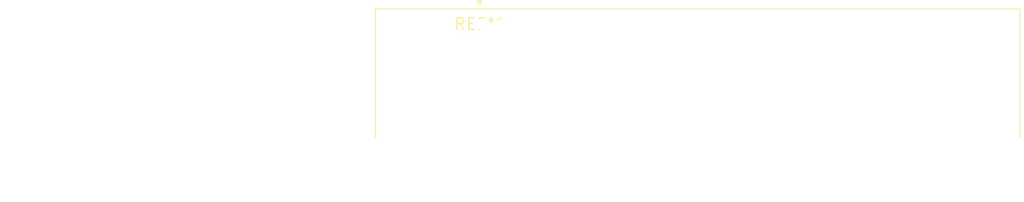
<source format=kicad_pcb>
(kicad_pcb (version 20240108) (generator pcbnew)
  (layers (0 "F.Cu" signal) (31 "B.Cu" signal) (34 "B.Paste" user) (35 "F.Paste" user) (36 "B.SilkS" user "B.Silkscreen") (37 "F.SilkS" user "F.Silkscreen") (38 "B.Mask" user) (39 "F.Mask" user) (44 "Edge.Cuts" user))
  (net 0 "")
  (footprint "DSUB-62-HD_Male_Horizontal_P2.41x1.98mm_EdgePinOffset8.35mm_Housed_MountingHolesOffset10.89mm" (layer "F.Cu") (at 0 0)
    (property "Reference" "REF**")
    (property "Value" "DSUB-62-HD_Male_Horizontal_P2.41x1.98mm_EdgePinOffset8.35mm_Housed_MountingHolesOffset10.89mm")
    (fp_line (start -11.215 -1.64) (end 58.305 -1.64) (layer "F.SilkS") (stroke (width 0.12)))
    (fp_line (start -11.215 12.25) (end -11.215 -1.64) (layer "F.SilkS") (stroke (width 0.12)))
    (fp_line (start -0.25 -2.534338) (end 0.25 -2.534338) (layer "F.SilkS") (stroke (width 0.12)))
    (fp_line (start 0 -2.101325) (end -0.25 -2.534338) (layer "F.SilkS") (stroke (width 0.12)))
    (fp_line (start 0.25 -2.534338) (end 0 -2.101325) (layer "F.SilkS") (stroke (width 0.12)))
    (fp_line (start 58.305 -1.64) (end 58.305 12.25) (layer "F.SilkS") (stroke (width 0.12)))
    (pad "0" thru_hole circle (at -8.205 1.42) (size 4 4) (drill 3.2) (layers *.Cu *.Mask) (remove_unused_layers))
    (pad "0" thru_hole circle (at 55.295 1.42) (size 4 4) (drill 3.2) (layers *.Cu *.Mask) (remove_unused_layers))
    (pad "1" thru_hole rect (at 0 0) (size 1.6 1.6) (drill 1) (layers *.Cu *.Mask) (remove_unused_layers))
    (pad "2" thru_hole circle (at 2.41 0) (size 1.6 1.6) (drill 1) (layers *.Cu *.Mask) (remove_unused_layers))
    (pad "3" thru_hole circle (at 4.82 0) (size 1.6 1.6) (drill 1) (layers *.Cu *.Mask) (remove_unused_layers))
    (pad "4" thru_hole circle (at 7.23 0) (size 1.6 1.6) (drill 1) (layers *.Cu *.Mask) (remove_unused_layers))
    (pad "5" thru_hole circle (at 9.64 0) (size 1.6 1.6) (drill 1) (layers *.Cu *.Mask) (remove_unused_layers))
    (pad "6" thru_hole circle (at 12.05 0) (size 1.6 1.6) (drill 1) (layers *.Cu *.Mask) (remove_unused_layers))
    (pad "7" thru_hole circle (at 14.46 0) (size 1.6 1.6) (drill 1) (layers *.Cu *.Mask) (remove_unused_layers))
    (pad "8" thru_hole circle (at 16.87 0) (size 1.6 1.6) (drill 1) (layers *.Cu *.Mask) (remove_unused_layers))
    (pad "9" thru_hole circle (at 19.28 0) (size 1.6 1.6) (drill 1) (layers *.Cu *.Mask) (remove_unused_layers))
    (pad "10" thru_hole circle (at 21.69 0) (size 1.6 1.6) (drill 1) (layers *.Cu *.Mask) (remove_unused_layers))
    (pad "11" thru_hole circle (at 24.1 0) (size 1.6 1.6) (drill 1) (layers *.Cu *.Mask) (remove_unused_layers))
    (pad "12" thru_hole circle (at 26.51 0) (size 1.6 1.6) (drill 1) (layers *.Cu *.Mask) (remove_unused_layers))
    (pad "13" thru_hole circle (at 28.92 0) (size 1.6 1.6) (drill 1) (layers *.Cu *.Mask) (remove_unused_layers))
    (pad "14" thru_hole circle (at 31.33 0) (size 1.6 1.6) (drill 1) (layers *.Cu *.Mask) (remove_unused_layers))
    (pad "15" thru_hole circle (at 33.74 0) (size 1.6 1.6) (drill 1) (layers *.Cu *.Mask) (remove_unused_layers))
    (pad "16" thru_hole circle (at 36.15 0) (size 1.6 1.6) (drill 1) (layers *.Cu *.Mask) (remove_unused_layers))
    (pad "17" thru_hole circle (at 38.56 0) (size 1.6 1.6) (drill 1) (layers *.Cu *.Mask) (remove_unused_layers))
    (pad "18" thru_hole circle (at 40.97 0) (size 1.6 1.6) (drill 1) (layers *.Cu *.Mask) (remove_unused_layers))
    (pad "19" thru_hole circle (at 43.38 0) (size 1.6 1.6) (drill 1) (layers *.Cu *.Mask) (remove_unused_layers))
    (pad "20" thru_hole circle (at 45.79 0) (size 1.6 1.6) (drill 1) (layers *.Cu *.Mask) (remove_unused_layers))
    (pad "21" thru_hole circle (at 48.2 0) (size 1.6 1.6) (drill 1) (layers *.Cu *.Mask) (remove_unused_layers))
    (pad "22" thru_hole circle (at -1.205 1.98) (size 1.6 1.6) (drill 1) (layers *.Cu *.Mask) (remove_unused_layers))
    (pad "23" thru_hole circle (at 1.205 1.98) (size 1.6 1.6) (drill 1) (layers *.Cu *.Mask) (remove_unused_layers))
    (pad "24" thru_hole circle (at 3.615 1.98) (size 1.6 1.6) (drill 1) (layers *.Cu *.Mask) (remove_unused_layers))
    (pad "25" thru_hole circle (at 6.025 1.98) (size 1.6 1.6) (drill 1) (layers *.Cu *.Mask) (remove_unused_layers))
    (pad "26" thru_hole circle (at 8.435 1.98) (size 1.6 1.6) (drill 1) (layers *.Cu *.Mask) (remove_unused_layers))
    (pad "27" thru_hole circle (at 10.845 1.98) (size 1.6 1.6) (drill 1) (layers *.Cu *.Mask) (remove_unused_layers))
    (pad "28" thru_hole circle (at 13.255 1.98) (size 1.6 1.6) (drill 1) (layers *.Cu *.Mask) (remove_unused_layers))
    (pad "29" thru_hole circle (at 15.665 1.98) (size 1.6 1.6) (drill 1) (layers *.Cu *.Mask) (remove_unused_layers))
    (pad "30" thru_hole circle (at 18.075 1.98) (size 1.6 1.6) (drill 1) (layers *.Cu *.Mask) (remove_unused_layers))
    (pad "31" thru_hole circle (at 20.485 1.98) (size 1.6 1.6) (drill 1) (layers *.Cu *.Mask) (remove_unused_layers))
    (pad "32" thru_hole circle (at 22.895 1.98) (size 1.6 1.6) (drill 1) (layers *.Cu *.Mask) (remove_unused_layers))
    (pad "33" thru_hole circle (at 25.305 1.98) (size 1.6 1.6) (drill 1) (layers *.Cu *.Mask) (remove_unused_layers))
    (pad "34" thru_hole circle (at 27.715 1.98) (size 1.6 1.6) (drill 1) (layers *.Cu *.Mask) (remove_unused_layers))
    (pad "35" thru_hole circle (at 30.125 1.98) (size 1.6 1.6) (drill 1) (layers *.Cu *.Mask) (remove_unused_layers))
    (pad "36" thru_hole circle (at 32.535 1.98) (size 1.6 1.6) (drill 1) (layers *.Cu *.Mask) (remove_unused_layers))
    (pad "37" thru_hole circle (at 34.945 1.98) (size 1.6 1.6) (drill 1) (layers *.Cu *.Mask) (remove_unused_layers))
    (pad "38" thru_hole circle (at 37.355 1.98) (size 1.6 1.6) (drill 1) (layers *.Cu *.Mask) (remove_unused_layers))
    (pad "39" thru_hole circle (at 39.765 1.98) (size 1.6 1.6) (drill 1) (layers *.Cu *.Mask) (remove_unused_layers))
    (pad "40" thru_hole circle (at 42.175 1.98) (size 1.6 1.6) (drill 1) (layers *.Cu *.Mask) (remove_unused_layers))
    (pad "41" thru_hole circle (at 44.585 1.98) (size 1.6 1.6) (drill 1) (layers *.Cu *.Mask) (remove_unused_layers))
    (pad "42" thru_hole circle (at 46.995 1.98) (size 1.6 1.6) (drill 1) (layers *.Cu *.Mask) (remove_unused_layers))
    (pad "43" thru_hole circle (at 0 3.96) (size 1.6 1.6) (drill 1) (layers *.Cu *.Mask) (remove_unused_layers))
    (pad "44" thru_hole circle (at 2.41 3.96) (size 1.6 1.6) (drill 1) (layers *.Cu *.Mask) (remove_unused_layers))
    (pad "45" thru_hole circle (at 4.82 3.96) (size 1.6 1.6) (drill 1) (layers *.Cu *.Mask) (remove_unused_layers))
    (pad "46" thru_hole circle (at 7.23 3.96) (size 1.6 1.6) (drill 1) (layers *.Cu *.Mask) (remove_unused_layers))
    (pad "47" thru_hole circle (at 9.64 3.96) (size 1.6 1.6) (drill 1) (layers *.Cu *.Mask) (remove_unused_layers))
    (pad "48" thru_hole circle (at 12.05 3.96) (size 1.6 1.6) (drill 1) (layers *.Cu *.Mask) (remove_unused_layers))
    (pad "49" thru_hole circle (at 14.46 3.96) (size 1.6 1.6) (drill 1) (layers *.Cu *.Mask) (remove_unused_layers))
    (pad "50" thru_hole circle (at 16.87 3.96) (size 1.6 1.6) (drill 1) (layers *.Cu *.Mask) (remove_unused_layers))
    (pad "51" thru_hole circle (at 19.28 3.96) (size 1.6 1.6) (drill 1) (layers *.Cu *.Mask) (remove_unused_layers))
    (pad "52" thru_hole circle (at 21.69 3.96) (size 1.6 1.6) (drill 1) (layers *.Cu *.Mask) (remove_unused_layers))
    (pad "53" thru_hole circle (at 24.1 3.96) (size 1.6 1.6) (drill 1) (layers *.Cu *.Mask) (remove_unused_layers))
    (pad "54" thru_hole circle (at 26.51 3.96) (size 1.6 1.6) (drill 1) (layers *.Cu *.Mask) (remove_unused_layers))
    (pad "55" thru_hole circle (at 28.92 3.96) (size 1.6 1.6) (drill 1) (layers *.Cu *.Mask) (remove_unused_layers))
    (pad "56" thru_hole circle (at 31.33 3.96) (size 1.6 1.6) (drill 1) (layers *.Cu *.Mask) (remove_unused_layers))
    (pad "57" thru_hole circle (at 33.74 3.96) (size 1.6 1.6) (drill 1) (layers *.Cu *.Mask) (remove_unused_layers))
    (pad "58" thru_hole circle (at 36.15 3.96) (size 1.6 1.6) (drill 1) (layers *.Cu *.Mask) (remove_unused_layers))
    (pad "59" thru_hole circle (at 38.56 3.96) (size 1.6 1.6) (drill 1) (layers *.Cu *.Mask) (remove_unused_layers))
    (pad "60" thru_hole circle (at 40.97 3.96) (size 1.6 1.6) (drill 1) (layers *.Cu *.Mask) (remove_unused_layers))
    (pad "61" thru_hole circle (at 43.38 3.96) (size 1.6 1.6) (drill 1) (layers *.Cu *.Mask) (remove_unused_layers))
    (pad "62" thru_hole circle (at 45.79 3.96) (size 1.6 1.6) (drill 1) (layers *.Cu *.Mask) (remove_unused_layers))
  )
)
</source>
